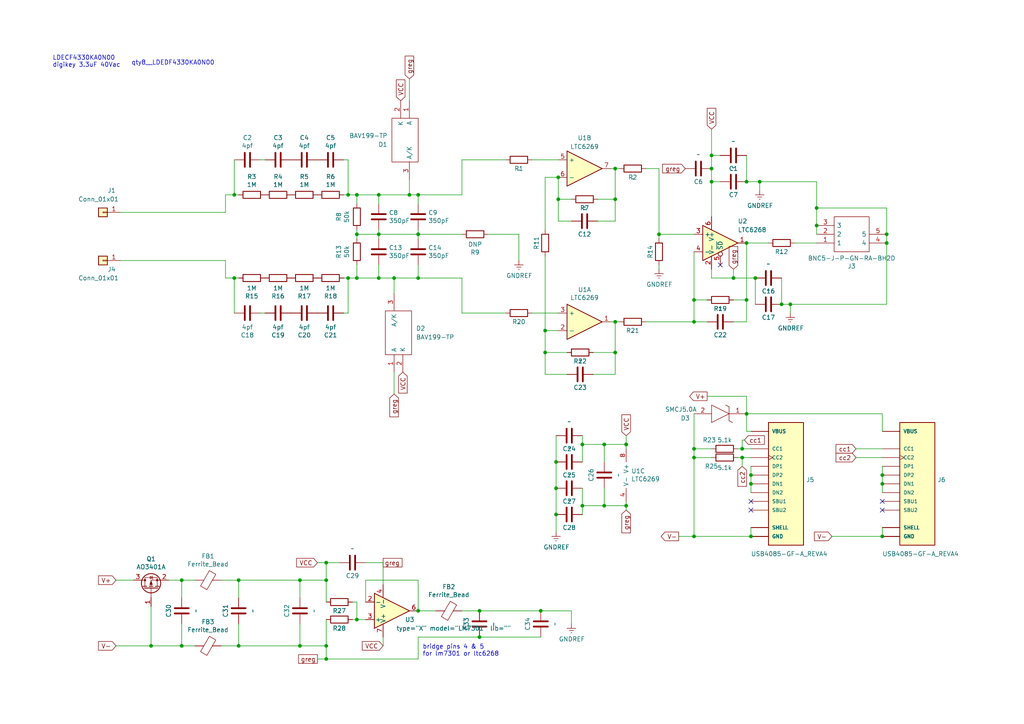
<source format=kicad_sch>
(kicad_sch (version 20211123) (generator eeschema)
  (paper "A4")
  (lib_symbols
    (symbol "BAV199-TP:BAV199-TP" (pin_names (offset 0.762))
      (property "Reference" "D" (at 19.05 7.62 0))
      (property "Value" "BAV199-TP" (at 19.05 5.08 0))
      (symbol "BAV199-TP_0_0"
        (pin passive line (at 0 0 0) (length 5.08) (name "A") (number "1"))
        (pin passive line (at 0 -2.54 0) (length 5.08) (name "K") (number "2"))
        (pin passive line (at 22.86 0 180) (length 5.08) (name "A/K") (number "3"))
      )
      (symbol "BAV199-TP_0_1"
        (polyline (pts (xy 5.08 2.54) (xy 17.78 2.54) (xy 17.78 -5.08) (xy 5.08 -5.08) (xy 5.08 2.54)) (stroke (width 0.1524)))
      )
    )
    (symbol "Connector_Generic:Conn_01x01" (pin_names (offset 1.016) hide)
      (property "Reference" "J" (at 0 2.54 0))
      (property "Value" "Conn_01x01" (at 0 -2.54 0))
      (symbol "Conn_01x01_1_1"
        (rectangle (start -1.27 0.127) (end 0 -0.127) (stroke (width 0.1524)))
        (rectangle (start -1.27 1.27) (end 1.27 -1.27) (stroke (width 0.254)) (fill (type background)))
        (pin passive line (at -5.08 0 0) (length 3.81) (name "Pin_1") (number "1"))
      )
    )
    (symbol "Device:C" (pin_numbers hide) (pin_names (offset 0.254))
      (property "Reference" "C" (at 0.635 2.54 0))
      (property "Value" "C" (at 0.635 -2.54 0))
      (symbol "C_0_1"
        (polyline (pts (xy -2.032 -0.762) (xy 2.032 -0.762)) (stroke (width 0.508)))
        (polyline (pts (xy -2.032 0.762) (xy 2.032 0.762)) (stroke (width 0.508)))
      )
      (symbol "C_1_1"
        (pin passive line (at 0 3.81 270) (length 2.794) (name "~") (number "1"))
        (pin passive line (at 0 -3.81 90) (length 2.794) (name "~") (number "2"))
      )
    )
    (symbol "Device:R" (pin_numbers hide) (pin_names (offset 0))
      (property "Reference" "R" (at 2.032 0 90))
      (property "Value" "R" (at 0 0 90))
      (symbol "R_0_1"
        (rectangle (start -1.016 -2.54) (end 1.016 2.54) (stroke (width 0.254)))
      )
      (symbol "R_1_1"
        (pin passive line (at 0 3.81 270) (length 1.27) (name "~") (number "1"))
        (pin passive line (at 0 -3.81 90) (length 1.27) (name "~") (number "2"))
      )
    )
    (symbol "Transistor_FET:AO3401A" (pin_names hide)
      (property "Reference" "Q" (at 5.08 1.905 0))
      (property "Value" "AO3401A" (at 5.08 0 0))
      (symbol "AO3401A_0_1"
        (polyline (pts (xy 0.254 0) (xy -2.54 0)))
        (polyline (pts (xy 0.254 1.905) (xy 0.254 -1.905)) (stroke (width 0.254)))
        (polyline (pts (xy 0.762 -1.27) (xy 0.762 -2.286)) (stroke (width 0.254)))
        (polyline (pts (xy 0.762 0.508) (xy 0.762 -0.508)) (stroke (width 0.254)))
        (polyline (pts (xy 0.762 2.286) (xy 0.762 1.27)) (stroke (width 0.254)))
        (polyline (pts (xy 2.54 2.54) (xy 2.54 1.778)))
        (polyline (pts (xy 2.54 -2.54) (xy 2.54 0) (xy 0.762 0)))
        (polyline (pts (xy 0.762 1.778) (xy 3.302 1.778) (xy 3.302 -1.778) (xy 0.762 -1.778)))
        (polyline (pts (xy 2.286 0) (xy 1.27 0.381) (xy 1.27 -0.381) (xy 2.286 0)) (fill (type outline)))
        (polyline (pts (xy 2.794 -0.508) (xy 2.921 -0.381) (xy 3.683 -0.381) (xy 3.81 -0.254)))
        (polyline (pts (xy 3.302 -0.381) (xy 2.921 0.254) (xy 3.683 0.254) (xy 3.302 -0.381)))
        (circle (center 1.651 0) (radius 2.794) (stroke (width 0.254)))
        (circle (center 2.54 -1.778) (radius 0.254) (fill (type outline)))
        (circle (center 2.54 1.778) (radius 0.254) (fill (type outline)))
      )
      (symbol "AO3401A_1_1"
        (pin input line (at -5.08 0 0) (length 2.54) (name "G") (number "1"))
        (pin passive line (at 2.54 -5.08 90) (length 2.54) (name "S") (number "2"))
        (pin passive line (at 2.54 5.08 270) (length 2.54) (name "D") (number "3"))
      )
    )
    (symbol "dad_bob-rescue:BNC5-J-P-GN-RA-BH2D-BNC5-J-P-GN-RA-BH2D" (pin_names (offset 0.762))
      (property "Reference" "J" (at 16.51 7.62 0))
      (property "Value" "BNC5-J-P-GN-RA-BH2D-BNC5-J-P-GN-RA-BH2D" (at 16.51 5.08 0))
      (symbol "BNC5-J-P-GN-RA-BH2D-BNC5-J-P-GN-RA-BH2D_0_0"
        (pin passive line (at 0 0 0) (length 5.08) (name "1") (number "1"))
        (pin passive line (at 0 -2.54 0) (length 5.08) (name "2") (number "2"))
        (pin passive line (at 0 -5.08 0) (length 5.08) (name "3") (number "3"))
        (pin passive line (at 20.32 0 180) (length 5.08) (name "4") (number "4"))
        (pin passive line (at 20.32 -2.54 180) (length 5.08) (name "5") (number "5"))
      )
      (symbol "BNC5-J-P-GN-RA-BH2D-BNC5-J-P-GN-RA-BH2D_0_1"
        (polyline (pts (xy 5.08 2.54) (xy 15.24 2.54) (xy 15.24 -7.62) (xy 5.08 -7.62) (xy 5.08 2.54)) (stroke (width 0.1524)))
      )
    )
    (symbol "dad_bob-rescue:Ferrite_Bead-Device" (pin_numbers hide) (pin_names (offset 0))
      (property "Reference" "FB" (at -3.81 0.635 90))
      (property "Value" "Ferrite_Bead-Device" (at 3.81 0 90))
      (symbol "Ferrite_Bead-Device_0_1"
        (polyline (pts (xy 0 -1.27) (xy 0 -1.2192)))
        (polyline (pts (xy 0 1.27) (xy 0 1.2954)))
        (polyline (pts (xy -2.7686 0.4064) (xy -1.7018 2.2606) (xy 2.7686 -0.3048) (xy 1.6764 -2.159) (xy -2.7686 0.4064)))
      )
      (symbol "Ferrite_Bead-Device_1_1"
        (pin passive line (at 0 3.81 270) (length 2.54) (name "~") (number "1"))
        (pin passive line (at 0 -3.81 90) (length 2.54) (name "~") (number "2"))
      )
    )
    (symbol "dad_bob-rescue:LM7301-00_kyuditsky_kicad" (pin_names (offset 0.254))
      (property "Reference" "U" (at 3.81 3.175 0))
      (property "Value" "LM7301-00_kyuditsky_kicad" (at 3.81 -3.175 0))
      (symbol "LM7301-00_kyuditsky_kicad_0_1"
        (polyline (pts (xy 5.08 0) (xy -5.08 5.08) (xy -5.08 -5.08) (xy 5.08 0)) (stroke (width 0.254)) (fill (type background)))
      )
      (symbol "LM7301-00_kyuditsky_kicad_1_1"
        (pin input line (at -7.62 -2.54 0) (length 2.54) (name "-") (number "2"))
        (pin input line (at -7.62 2.54 0) (length 2.54) (name "+") (number "3"))
        (pin power_in line (at -2.54 -7.62 90) (length 3.81) (name "V-") (number "4"))
        (pin output line (at 7.62 0 180) (length 2.54) (name "~") (number "6"))
        (pin power_in line (at -2.54 7.62 270) (length 3.81) (name "V+") (number "7"))
      )
    )
    (symbol "dad_bob-rescue:LTC6268_TSOT-23-Linear_Technology"
      (property "Reference" "U" (at 3.81 5.08 0))
      (property "Value" "LTC6268_TSOT-23-Linear_Technology" (at 3.81 -5.08 0))
      (symbol "LTC6268_TSOT-23-Linear_Technology_0_1"
        (polyline (pts (xy -5.08 5.08) (xy 5.08 0) (xy -5.08 -5.08) (xy -5.08 5.08)) (stroke (width 0.254)) (fill (type background)))
        (pin power_in line (at -2.54 -7.62 90) (length 3.81) (name "V-") (number "2"))
        (pin input inverted (at 0 -6.35 90) (length 3.81) (name "~{SD}") (number "5"))
        (pin power_in line (at -2.54 7.62 270) (length 3.81) (name "V+") (number "6"))
      )
      (symbol "LTC6268_TSOT-23-Linear_Technology_1_1"
        (pin output line (at 7.62 0 180) (length 2.54) (name "~") (number "1"))
        (pin input line (at -7.62 2.54 0) (length 2.54) (name "+") (number "3"))
        (pin input line (at -7.62 -2.54 0) (length 2.54) (name "-") (number "4"))
      )
    )
    (symbol "dad_bob-rescue:Opamp_Dual_Generic-Device"
      (property "Reference" "U" (at 0 5.08 0))
      (property "Value" "Opamp_Dual_Generic-Device" (at 0 -5.08 0))
      (symbol "Opamp_Dual_Generic-Device_1_1"
        (polyline (pts (xy -5.08 5.08) (xy 5.08 0) (xy -5.08 -5.08) (xy -5.08 5.08)) (stroke (width 0.254)) (fill (type background)))
        (pin output line (at 7.62 0 180) (length 2.54) (name "~") (number "1"))
        (pin input line (at -7.62 -2.54 0) (length 2.54) (name "-") (number "2"))
        (pin input line (at -7.62 2.54 0) (length 2.54) (name "+") (number "3"))
      )
      (symbol "Opamp_Dual_Generic-Device_2_1"
        (polyline (pts (xy -5.08 5.08) (xy 5.08 0) (xy -5.08 -5.08) (xy -5.08 5.08)) (stroke (width 0.254)) (fill (type background)))
        (pin input line (at -7.62 2.54 0) (length 2.54) (name "+") (number "5"))
        (pin input line (at -7.62 -2.54 0) (length 2.54) (name "-") (number "6"))
        (pin output line (at 7.62 0 180) (length 2.54) (name "~") (number "7"))
      )
      (symbol "Opamp_Dual_Generic-Device_3_1"
        (pin power_in line (at -2.54 -7.62 90) (length 3.81) (name "V-") (number "4"))
        (pin power_in line (at -2.54 7.62 270) (length 3.81) (name "V+") (number "8"))
      )
    )
    (symbol "dad_bob-rescue:SMCJ5.0A-00_kyuditsky_kicad" (pin_names (offset 0.762))
      (property "Reference" "D" (at 10.16 8.89 0))
      (property "Value" "SMCJ5.0A-00_kyuditsky_kicad" (at 10.16 6.35 0))
      (symbol "SMCJ5.0A-00_kyuditsky_kicad_0_0"
        (pin passive line (at 0 0 0) (length 5.08) (name "~") (number "1"))
        (pin passive line (at 15.24 0 180) (length 5.08) (name "~") (number "2"))
      )
      (symbol "SMCJ5.0A-00_kyuditsky_kicad_0_1"
        (polyline (pts (xy 4.064 2.54) (xy 5.08 2.032)) (stroke (width 0.1524)))
        (polyline (pts (xy 5.08 -2.032) (xy 5.08 2.032)) (stroke (width 0.1524)))
        (polyline (pts (xy 5.08 -2.032) (xy 6.096 -2.54)) (stroke (width 0.1524)))
        (polyline (pts (xy 5.08 0) (xy 10.16 2.54) (xy 10.16 -2.54) (xy 5.08 0)) (stroke (width 0.1524)))
      )
    )
    (symbol "dad_bob-rescue:USB4085-GF-A_REVA4-00_kyuditsky_kicad" (pin_numbers hide) (pin_names (offset 1.016))
      (property "Reference" "J" (at -5.1054 18.3134 0))
      (property "Value" "USB4085-GF-A_REVA4-00_kyuditsky_kicad" (at -5.1054 -20.3708 0))
      (symbol "USB4085-GF-A_REVA4-00_kyuditsky_kicad_0_0"
        (rectangle (start -5.08 -17.78) (end 5.08 17.78) (stroke (width 0.254)) (fill (type background)))
        (pin passive line (at -10.16 -15.24 0) (length 5.08) (name "GND") (number "A1"))
        (pin passive line (at -10.16 -15.24 0) (length 5.08) (name "GND") (number "A12"))
        (pin power_in line (at -10.16 15.24 0) (length 5.08) (name "VBUS") (number "A4"))
        (pin bidirectional line (at -10.16 10.16 0) (length 5.08) (name "CC1") (number "A5"))
        (pin bidirectional line (at -10.16 5.08 0) (length 5.08) (name "DP1") (number "A6"))
        (pin bidirectional line (at -10.16 0 0) (length 5.08) (name "DN1") (number "A7"))
        (pin bidirectional line (at -10.16 -5.08 0) (length 5.08) (name "SBU1") (number "A8"))
        (pin power_in line (at -10.16 15.24 0) (length 5.08) (name "VBUS") (number "A9"))
        (pin passive line (at -10.16 -15.24 0) (length 5.08) (name "GND") (number "B1"))
        (pin passive line (at -10.16 -15.24 0) (length 5.08) (name "GND") (number "B12"))
        (pin power_in line (at -10.16 15.24 0) (length 5.08) (name "VBUS") (number "B4"))
        (pin bidirectional clock (at -10.16 7.62 0) (length 5.08) (name "CC2") (number "B5"))
        (pin bidirectional line (at -10.16 2.54 0) (length 5.08) (name "DP2") (number "B6"))
        (pin bidirectional line (at -10.16 -2.54 0) (length 5.08) (name "DN2") (number "B7"))
        (pin bidirectional line (at -10.16 -7.62 0) (length 5.08) (name "SBU2") (number "B8"))
        (pin power_in line (at -10.16 15.24 0) (length 5.08) (name "VBUS") (number "B9"))
        (pin passive line (at -10.16 -12.7 0) (length 5.08) (name "SHELL") (number "P1"))
        (pin passive line (at -10.16 -12.7 0) (length 5.08) (name "SHELL") (number "P2"))
        (pin passive line (at -10.16 -12.7 0) (length 5.08) (name "SHELL") (number "P3"))
        (pin passive line (at -10.16 -12.7 0) (length 5.08) (name "SHELL") (number "P4"))
      )
    )
    (symbol "power:GNDREF" (power) (pin_names (offset 0))
      (property "Value" "GNDREF" (at 0 -3.81 0))
      (symbol "GNDREF_0_1"
        (polyline (pts (xy -0.635 -1.905) (xy 0.635 -1.905)))
        (polyline (pts (xy -0.127 -2.54) (xy 0.127 -2.54)))
        (polyline (pts (xy 0 -1.27) (xy 0 0)))
        (polyline (pts (xy 1.27 -1.27) (xy -1.27 -1.27)))
      )
      (symbol "GNDREF_1_1"
        (pin power_in line (at 0 0 270) (length 0) hide (name "GNDREF") (number "1"))
      )
    )
  )
  (junction (at 191.135 67.945))
  (junction (at 67.945 80.645))
  (junction (at 139.065 177.165))
  (junction (at 161.29 141.605))
  (junction (at 139.065 184.785))
  (junction (at 220.345 52.705))
  (junction (at 257.175 70.485))
  (junction (at 216.535 86.995))
  (junction (at 178.435 102.235))
  (junction (at 216.535 70.485))
  (junction (at 216.535 52.705))
  (junction (at 206.375 48.895))
  (junction (at 69.215 187.325))
  (junction (at 161.29 133.985))
  (junction (at 212.725 80.645))
  (junction (at 168.91 128.905))
  (junction (at 103.505 56.515))
  (junction (at 219.075 80.645))
  (junction (at 109.855 67.945))
  (junction (at 201.295 93.345))
  (junction (at 161.925 51.435))
  (junction (at 178.435 93.345))
  (junction (at 52.705 187.325))
  (junction (at 121.285 177.165))
  (junction (at 100.965 80.645))
  (junction (at 217.805 155.575))
  (junction (at 175.26 128.905))
  (junction (at 121.285 56.515))
  (junction (at 121.285 80.645))
  (junction (at 226.695 88.265))
  (junction (at 217.805 140.335))
  (junction (at 69.215 168.275))
  (junction (at 94.615 191.135))
  (junction (at 175.26 146.685))
  (junction (at 161.29 149.225))
  (junction (at 118.745 56.515))
  (junction (at 215.265 130.175))
  (junction (at 255.905 140.335))
  (junction (at 114.3 80.645))
  (junction (at 257.175 67.945))
  (junction (at 67.945 56.515))
  (junction (at 178.435 57.785))
  (junction (at 103.505 179.705))
  (junction (at 94.615 187.325))
  (junction (at 255.905 155.575))
  (junction (at 201.295 132.715))
  (junction (at 161.925 57.785))
  (junction (at 94.615 168.275))
  (junction (at 100.965 56.515))
  (junction (at 94.615 163.195))
  (junction (at 178.435 48.895))
  (junction (at 206.375 45.085))
  (junction (at 109.855 56.515))
  (junction (at 181.61 146.685))
  (junction (at 255.905 137.795))
  (junction (at 158.115 102.235))
  (junction (at 229.235 88.265))
  (junction (at 103.505 67.945))
  (junction (at 168.91 146.685))
  (junction (at 206.375 52.705))
  (junction (at 201.295 130.175))
  (junction (at 217.805 137.795))
  (junction (at 201.295 155.575))
  (junction (at 236.855 60.325))
  (junction (at 43.815 187.325))
  (junction (at 215.265 132.715))
  (junction (at 121.285 67.945))
  (junction (at 216.535 120.015))
  (junction (at 52.705 168.275))
  (junction (at 236.855 65.405))
  (junction (at 103.505 80.645))
  (junction (at 86.995 168.275))
  (junction (at 109.855 80.645))
  (junction (at 201.295 86.995))
  (junction (at 158.115 95.885))
  (junction (at 156.845 177.165))
  (junction (at 86.995 187.325))
  (junction (at 181.61 128.905))
  (no_connect (at 255.905 145.415))
  (no_connect (at 217.805 147.955))
  (no_connect (at 255.905 147.955))
  (no_connect (at 217.805 145.415))
  (no_connect (at 208.915 76.835))
  (wire (pts (xy 64.135 168.275) (xy 69.215 168.275)))
  (wire (pts (xy 236.855 52.705) (xy 236.855 60.325)))
  (wire (pts (xy 52.705 187.325) (xy 56.515 187.325)))
  (wire (pts (xy 94.615 191.135) (xy 94.615 187.325)))
  (wire (pts (xy 181.61 128.905) (xy 181.61 130.175)))
  (wire (pts (xy 216.535 125.095) (xy 216.535 120.015)))
  (wire (pts (xy 75.565 90.805) (xy 76.835 90.805)))
  (wire (pts (xy 100.965 56.515) (xy 99.695 56.515)))
  (wire (pts (xy 220.345 52.705) (xy 220.345 55.245)))
  (wire (pts (xy 236.855 60.325) (xy 257.175 60.325)))
  (wire (pts (xy 205.105 86.995) (xy 201.295 86.995)))
  (wire (pts (xy 158.115 95.885) (xy 161.925 95.885)))
  (wire (pts (xy 161.925 57.785) (xy 161.925 64.135)))
  (wire (pts (xy 92.075 191.135) (xy 94.615 191.135)))
  (wire (pts (xy 67.945 80.645) (xy 69.215 80.645)))
  (wire (pts (xy 161.29 141.605) (xy 161.29 133.985)))
  (wire (pts (xy 216.535 93.345) (xy 212.725 93.345)))
  (wire (pts (xy 34.925 61.595) (xy 65.405 61.595)))
  (wire (pts (xy 69.215 168.275) (xy 86.995 168.275)))
  (wire (pts (xy 217.805 125.095) (xy 216.535 125.095)))
  (wire (pts (xy 241.3 155.575) (xy 255.905 155.575)))
  (wire (pts (xy 187.325 48.895) (xy 191.135 48.895)))
  (wire (pts (xy 158.115 74.295) (xy 158.115 95.885)))
  (wire (pts (xy 168.91 141.605) (xy 168.91 146.685)))
  (wire (pts (xy 255.905 140.335) (xy 255.905 142.875)))
  (wire (pts (xy 133.985 56.515) (xy 133.985 46.355)))
  (wire (pts (xy 121.285 67.945) (xy 109.855 67.945)))
  (wire (pts (xy 196.85 155.575) (xy 201.295 155.575)))
  (wire (pts (xy 205.105 93.345) (xy 201.295 93.345)))
  (wire (pts (xy 161.29 154.305) (xy 161.29 149.225)))
  (wire (pts (xy 100.965 56.515) (xy 103.505 56.515)))
  (wire (pts (xy 94.615 191.135) (xy 121.285 191.135)))
  (wire (pts (xy 206.375 132.715) (xy 201.295 132.715)))
  (wire (pts (xy 168.91 128.905) (xy 168.91 133.985)))
  (wire (pts (xy 158.115 102.235) (xy 158.115 108.585)))
  (wire (pts (xy 216.535 45.085) (xy 216.535 52.705)))
  (wire (pts (xy 215.265 130.175) (xy 217.805 130.175)))
  (wire (pts (xy 109.855 66.675) (xy 109.855 67.945)))
  (wire (pts (xy 217.805 137.795) (xy 217.805 140.335)))
  (wire (pts (xy 98.425 163.195) (xy 94.615 163.195)))
  (wire (pts (xy 158.115 108.585) (xy 164.465 108.585)))
  (wire (pts (xy 257.175 60.325) (xy 257.175 67.945)))
  (wire (pts (xy 139.065 177.165) (xy 156.845 177.165)))
  (wire (pts (xy 86.995 168.275) (xy 94.615 168.275)))
  (wire (pts (xy 52.705 168.275) (xy 56.515 168.275)))
  (wire (pts (xy 201.295 120.015) (xy 201.295 130.175)))
  (wire (pts (xy 52.705 180.975) (xy 52.705 187.325)))
  (wire (pts (xy 100.965 46.355) (xy 99.695 46.355)))
  (wire (pts (xy 206.375 48.895) (xy 206.375 52.705)))
  (wire (pts (xy 178.435 102.235) (xy 178.435 108.585)))
  (wire (pts (xy 111.125 187.325) (xy 111.125 184.785)))
  (wire (pts (xy 201.295 73.025) (xy 201.295 86.995)))
  (wire (pts (xy 236.855 65.405) (xy 236.855 60.325)))
  (wire (pts (xy 230.505 70.485) (xy 236.855 70.485)))
  (wire (pts (xy 165.735 177.165) (xy 165.735 180.975)))
  (wire (pts (xy 133.985 56.515) (xy 121.285 56.515)))
  (wire (pts (xy 133.985 90.805) (xy 133.985 80.645)))
  (wire (pts (xy 100.965 80.645) (xy 103.505 80.645)))
  (wire (pts (xy 216.535 70.485) (xy 216.535 86.995)))
  (wire (pts (xy 133.985 46.355) (xy 146.685 46.355)))
  (wire (pts (xy 178.435 93.345) (xy 179.705 93.345)))
  (wire (pts (xy 181.61 126.365) (xy 181.61 128.905)))
  (wire (pts (xy 236.855 67.945) (xy 236.855 65.405)))
  (wire (pts (xy 191.135 67.945) (xy 191.135 69.215)))
  (wire (pts (xy 177.165 48.895) (xy 178.435 48.895)))
  (wire (pts (xy 65.405 56.515) (xy 67.945 56.515)))
  (wire (pts (xy 65.405 80.645) (xy 67.945 80.645)))
  (wire (pts (xy 86.995 173.355) (xy 86.995 168.275)))
  (wire (pts (xy 175.26 146.685) (xy 168.91 146.685)))
  (wire (pts (xy 121.285 184.785) (xy 121.285 191.135)))
  (wire (pts (xy 121.285 66.675) (xy 121.285 67.945)))
  (wire (pts (xy 173.355 57.785) (xy 178.435 57.785)))
  (wire (pts (xy 69.215 187.325) (xy 86.995 187.325)))
  (wire (pts (xy 229.235 90.805) (xy 229.235 88.265)))
  (wire (pts (xy 201.295 86.995) (xy 201.295 93.345)))
  (wire (pts (xy 226.695 80.645) (xy 226.695 88.265)))
  (wire (pts (xy 69.215 180.975) (xy 69.215 187.325)))
  (wire (pts (xy 217.805 153.035) (xy 217.805 155.575)))
  (wire (pts (xy 161.29 149.225) (xy 161.29 141.605)))
  (wire (pts (xy 219.075 80.645) (xy 219.075 88.265)))
  (wire (pts (xy 67.945 56.515) (xy 69.215 56.515)))
  (wire (pts (xy 168.91 126.365) (xy 168.91 128.905)))
  (wire (pts (xy 106.045 168.275) (xy 121.285 168.275)))
  (wire (pts (xy 213.995 130.175) (xy 215.265 130.175)))
  (wire (pts (xy 212.725 80.645) (xy 212.725 78.105)))
  (wire (pts (xy 161.925 46.355) (xy 154.305 46.355)))
  (wire (pts (xy 65.405 61.595) (xy 65.405 56.515)))
  (wire (pts (xy 217.805 135.255) (xy 217.805 137.795)))
  (wire (pts (xy 255.905 135.255) (xy 255.905 137.795)))
  (wire (pts (xy 158.115 95.885) (xy 158.115 102.235)))
  (wire (pts (xy 201.295 132.715) (xy 201.295 155.575)))
  (wire (pts (xy 103.505 76.835) (xy 103.505 80.645)))
  (wire (pts (xy 257.175 67.945) (xy 257.175 70.485)))
  (wire (pts (xy 206.375 80.645) (xy 212.725 80.645)))
  (wire (pts (xy 205.105 114.935) (xy 216.535 114.935)))
  (wire (pts (xy 161.925 64.135) (xy 165.735 64.135)))
  (wire (pts (xy 215.265 132.715) (xy 217.805 132.715)))
  (wire (pts (xy 52.705 168.275) (xy 48.895 168.275)))
  (wire (pts (xy 229.235 88.265) (xy 226.695 88.265)))
  (wire (pts (xy 178.435 93.345) (xy 178.435 102.235)))
  (wire (pts (xy 215.9 127.635) (xy 215.265 127.635)))
  (wire (pts (xy 175.26 128.905) (xy 168.91 128.905)))
  (wire (pts (xy 206.375 37.465) (xy 206.375 45.085)))
  (wire (pts (xy 216.535 52.705) (xy 220.345 52.705)))
  (wire (pts (xy 100.965 80.645) (xy 99.695 80.645)))
  (wire (pts (xy 106.045 163.195) (xy 111.125 163.195)))
  (wire (pts (xy 94.615 163.195) (xy 94.615 168.275)))
  (wire (pts (xy 133.985 80.645) (xy 121.285 80.645)))
  (wire (pts (xy 103.505 179.705) (xy 106.045 179.705)))
  (wire (pts (xy 248.285 132.715) (xy 255.905 132.715)))
  (wire (pts (xy 158.115 66.675) (xy 158.115 51.435)))
  (wire (pts (xy 109.855 67.945) (xy 109.855 69.215)))
  (wire (pts (xy 139.065 184.785) (xy 156.845 184.785)))
  (wire (pts (xy 257.175 88.265) (xy 257.175 70.485)))
  (wire (pts (xy 215.265 127.635) (xy 215.265 130.175)))
  (wire (pts (xy 114.3 107.95) (xy 114.3 114.3)))
  (wire (pts (xy 103.505 66.675) (xy 103.505 67.945)))
  (wire (pts (xy 150.495 67.945) (xy 141.605 67.945)))
  (wire (pts (xy 121.285 76.835) (xy 121.285 80.645)))
  (wire (pts (xy 133.985 177.165) (xy 139.065 177.165)))
  (wire (pts (xy 94.615 168.275) (xy 94.615 174.625)))
  (wire (pts (xy 201.295 67.945) (xy 191.135 67.945)))
  (wire (pts (xy 65.405 75.565) (xy 65.405 80.645)))
  (wire (pts (xy 255.905 120.015) (xy 255.905 125.095)))
  (wire (pts (xy 106.045 174.625) (xy 106.045 168.275)))
  (wire (pts (xy 206.375 45.085) (xy 206.375 48.895)))
  (wire (pts (xy 168.91 146.685) (xy 168.91 149.225)))
  (wire (pts (xy 118.745 56.515) (xy 121.285 56.515)))
  (wire (pts (xy 64.135 187.325) (xy 69.215 187.325)))
  (wire (pts (xy 111.125 163.195) (xy 111.125 169.545)))
  (wire (pts (xy 175.26 133.985) (xy 175.26 128.905)))
  (wire (pts (xy 150.495 75.565) (xy 150.495 67.945)))
  (wire (pts (xy 103.505 80.645) (xy 109.855 80.645)))
  (wire (pts (xy 216.535 120.015) (xy 255.905 120.015)))
  (wire (pts (xy 175.26 128.905) (xy 181.61 128.905)))
  (wire (pts (xy 109.855 59.055) (xy 109.855 56.515)))
  (wire (pts (xy 154.305 90.805) (xy 161.925 90.805)))
  (wire (pts (xy 161.925 57.785) (xy 165.735 57.785)))
  (wire (pts (xy 121.285 67.945) (xy 133.985 67.945)))
  (wire (pts (xy 34.925 75.565) (xy 65.405 75.565)))
  (wire (pts (xy 206.375 78.105) (xy 206.375 80.645)))
  (wire (pts (xy 217.805 140.335) (xy 217.805 142.875)))
  (wire (pts (xy 206.375 130.175) (xy 201.295 130.175)))
  (wire (pts (xy 208.915 45.085) (xy 206.375 45.085)))
  (wire (pts (xy 67.945 46.355) (xy 67.945 56.515)))
  (wire (pts (xy 139.065 184.785) (xy 121.285 184.785)))
  (wire (pts (xy 103.505 67.945) (xy 103.505 69.215)))
  (wire (pts (xy 248.285 130.175) (xy 255.905 130.175)))
  (wire (pts (xy 208.915 52.705) (xy 206.375 52.705)))
  (wire (pts (xy 109.855 80.645) (xy 114.3 80.645)))
  (wire (pts (xy 181.61 146.685) (xy 181.61 145.415)))
  (wire (pts (xy 76.835 46.355) (xy 75.565 46.355)))
  (wire (pts (xy 109.855 67.945) (xy 103.505 67.945)))
  (wire (pts (xy 109.855 76.835) (xy 109.855 80.645)))
  (wire (pts (xy 206.375 52.705) (xy 206.375 62.865)))
  (wire (pts (xy 178.435 57.785) (xy 178.435 64.135)))
  (wire (pts (xy 133.985 90.805) (xy 146.685 90.805)))
  (wire (pts (xy 229.235 88.265) (xy 257.175 88.265)))
  (wire (pts (xy 43.815 187.325) (xy 52.705 187.325)))
  (wire (pts (xy 175.26 141.605) (xy 175.26 146.685)))
  (wire (pts (xy 121.285 59.055) (xy 121.285 56.515)))
  (wire (pts (xy 161.925 51.435) (xy 161.925 57.785)))
  (wire (pts (xy 178.435 48.895) (xy 179.705 48.895)))
  (wire (pts (xy 103.505 56.515) (xy 109.855 56.515)))
  (wire (pts (xy 216.535 86.995) (xy 216.535 93.345)))
  (wire (pts (xy 102.235 179.705) (xy 103.505 179.705)))
  (wire (pts (xy 43.815 175.895) (xy 43.815 187.325)))
  (wire (pts (xy 213.995 132.715) (xy 215.265 132.715)))
  (wire (pts (xy 86.995 180.975) (xy 86.995 187.325)))
  (wire (pts (xy 100.965 90.805) (xy 100.965 80.645)))
  (wire (pts (xy 114.3 80.645) (xy 114.3 85.09)))
  (wire (pts (xy 216.535 114.935) (xy 216.535 120.015)))
  (wire (pts (xy 121.285 177.165) (xy 126.365 177.165)))
  (wire (pts (xy 187.325 93.345) (xy 201.295 93.345)))
  (wire (pts (xy 158.115 51.435) (xy 161.925 51.435)))
  (wire (pts (xy 109.855 56.515) (xy 118.745 56.515)))
  (wire (pts (xy 67.945 90.805) (xy 67.945 80.645)))
  (wire (pts (xy 114.3 80.645) (xy 121.285 80.645)))
  (wire (pts (xy 178.435 108.585) (xy 172.085 108.585)))
  (wire (pts (xy 172.085 102.235) (xy 178.435 102.235)))
  (wire (pts (xy 121.285 67.945) (xy 121.285 69.215)))
  (wire (pts (xy 33.655 168.275) (xy 38.735 168.275)))
  (wire (pts (xy 217.805 155.575) (xy 201.295 155.575)))
  (wire (pts (xy 212.725 86.995) (xy 216.535 86.995)))
  (wire (pts (xy 181.61 147.955) (xy 181.61 146.685)))
  (wire (pts (xy 175.26 146.685) (xy 181.61 146.685)))
  (wire (pts (xy 33.655 187.325) (xy 43.815 187.325)))
  (wire (pts (xy 102.235 174.625) (xy 103.505 174.625)))
  (wire (pts (xy 158.115 102.235) (xy 164.465 102.235)))
  (wire (pts (xy 215.265 132.715) (xy 215.265 135.255)))
  (wire (pts (xy 255.905 153.035) (xy 255.905 155.575)))
  (wire (pts (xy 69.215 173.355) (xy 69.215 168.275)))
  (wire (pts (xy 156.845 177.165) (xy 165.735 177.165)))
  (wire (pts (xy 121.285 168.275) (xy 121.285 177.165)))
  (wire (pts (xy 178.435 64.135) (xy 173.355 64.135)))
  (wire (pts (xy 255.905 137.795) (xy 255.905 140.335)))
  (wire (pts (xy 103.505 174.625) (xy 103.505 179.705)))
  (wire (pts (xy 177.165 93.345) (xy 178.435 93.345)))
  (wire (pts (xy 212.725 80.645) (xy 219.075 80.645)))
  (wire (pts (xy 94.615 187.325) (xy 94.615 179.705)))
  (wire (pts (xy 52.705 173.355) (xy 52.705 168.275)))
  (wire (pts (xy 118.745 52.07) (xy 118.745 56.515)))
  (wire (pts (xy 178.435 48.895) (xy 178.435 57.785)))
  (wire (pts (xy 191.135 78.105) (xy 191.135 76.835)))
  (wire (pts (xy 216.535 70.485) (xy 222.885 70.485)))
  (wire (pts (xy 201.295 130.175) (xy 201.295 132.715)))
  (wire (pts (xy 220.345 52.705) (xy 236.855 52.705)))
  (wire (pts (xy 99.695 90.805) (xy 100.965 90.805)))
  (wire (pts (xy 86.995 187.325) (xy 94.615 187.325)))
  (wire (pts (xy 103.505 59.055) (xy 103.505 56.515)))
  (wire (pts (xy 191.135 48.895) (xy 191.135 67.945)))
  (wire (pts (xy 100.965 56.515) (xy 100.965 46.355)))
  (wire (pts (xy 92.075 163.195) (xy 94.615 163.195)))
  (wire (pts (xy 118.745 29.21) (xy 118.745 22.86)))
  (wire (pts (xy 161.29 133.985) (xy 161.29 126.365)))
  (text "LDECF4330KA0N00\ndigikey 3.3uF 40Vac" (at 15.24 19.685 0) (effects (font (size 1.27 1.27)) (justify left bottom)))
  (text "bridge pins 4 & 5\nfor lm7301 or ltc6268" (at 122.555 190.5 0) (effects (font (size 1.27 1.27)) (justify left bottom)))
  (text "qty8__LDEDF4330KA0N00\n" (at 38.1 19.05 0) (effects (font (size 1.27 1.27)) (justify left bottom)))
  (global_label "cc1" (shape input) (at 215.9 127.635 0) (property "Intersheet References" "${INTERSHEET_REFS}" (effects hide)))
  (global_label "VCC" (shape input) (at 181.61 126.365 90) (property "Intersheet References" "${INTERSHEET_REFS}" (effects hide)))
  (global_label "VCC" (shape input) (at 206.375 37.465 90) (property "Intersheet References" "${INTERSHEET_REFS}" (effects hide)))
  (global_label "V+" (shape output) (at 205.105 114.935 180) (property "Intersheet References" "${INTERSHEET_REFS}" (effects hide)))
  (global_label "VCC" (shape input) (at 116.84 107.95 270) (property "Intersheet References" "${INTERSHEET_REFS}" (effects hide)))
  (global_label "VCC" (shape input) (at 116.205 29.21 90) (property "Intersheet References" "${INTERSHEET_REFS}" (effects hide)))
  (global_label "V+" (shape input) (at 33.655 168.275 180) (property "Intersheet References" "${INTERSHEET_REFS}" (effects hide)))
  (global_label "VCC" (shape input) (at 111.125 187.325 180) (property "Intersheet References" "${INTERSHEET_REFS}" (effects hide)))
  (global_label "greg" (shape passive) (at 92.075 191.135 180) (property "Intersheet References" "${INTERSHEET_REFS}" (effects hide)))
  (global_label "greg" (shape input) (at 118.745 22.86 90) (property "Intersheet References" "${INTERSHEET_REFS}" (effects hide)))
  (global_label "V-" (shape output) (at 196.85 155.575 180) (property "Intersheet References" "${INTERSHEET_REFS}" (effects hide)))
  (global_label "greg" (shape input) (at 114.3 114.3 270) (property "Intersheet References" "${INTERSHEET_REFS}" (effects hide)))
  (global_label "VCC" (shape input) (at 92.075 163.195 180) (property "Intersheet References" "${INTERSHEET_REFS}" (effects hide)))
  (global_label "cc2" (shape input) (at 248.285 132.715 180) (property "Intersheet References" "${INTERSHEET_REFS}" (effects hide)))
  (global_label "greg" (shape input) (at 181.61 147.955 270) (property "Intersheet References" "${INTERSHEET_REFS}" (effects hide)))
  (global_label "cc2" (shape input) (at 215.265 135.255 270) (property "Intersheet References" "${INTERSHEET_REFS}" (effects hide)))
  (global_label "V-" (shape input) (at 241.3 155.575 180) (property "Intersheet References" "${INTERSHEET_REFS}" (effects hide)))
  (global_label "V-" (shape input) (at 33.655 187.325 180) (property "Intersheet References" "${INTERSHEET_REFS}" (effects hide)))
  (global_label "greg" (shape input) (at 198.755 48.895 180) (property "Intersheet References" "${INTERSHEET_REFS}" (effects hide)))
  (global_label "cc1" (shape input) (at 248.285 130.175 180) (property "Intersheet References" "${INTERSHEET_REFS}" (effects hide)))
  (global_label "greg" (shape input) (at 212.725 78.105 90) (property "Intersheet References" "${INTERSHEET_REFS}" (effects hide)))
  (global_label "greg" (shape passive) (at 111.125 163.195 0) (property "Intersheet References" "${INTERSHEET_REFS}" (effects hide)))
  (symbol (lib_id "Connector_Generic:Conn_01x01") (at 29.845 75.565 180) (unit 1)
    (property "Reference" "J4" (at 32.385 78.105 0))
    (property "Value" "Conn_01x01" (at 28.575 80.645 0))
    (property "Footprint" "kyuditsky_kicad:Banana_Jack_S_RA_73099" (effects hide))
    (property "Spice_Primitive" "R" (effects hide))
    (property "Spice_Model" "1" (effects hide))
    (property "Spice_Netlist_Enabled" "N" (effects hide))
  )
  (symbol (lib_id "Connector_Generic:Conn_01x01") (at 29.845 61.595 180) (unit 1)
    (property "Reference" "J1" (at 32.385 55.245 0))
    (property "Value" "Conn_01x01" (at 28.575 57.785 0))
    (property "Footprint" "kyuditsky_kicad:Banana_Jack_S_RA_73099" (effects hide))
    (property "Spice_Primitive" "R" (effects hide))
    (property "Spice_Model" "1" (effects hide))
    (property "Spice_Netlist_Enabled" "N" (effects hide))
  )
  (symbol (lib_id "Device:R") (at 210.185 130.175 90) (unit 1)
    (property "Reference" "R23" (at 205.74 127.635 90))
    (property "Value" "5.1k" (at 210.185 127.635 90))
    (property "Footprint" "Resistor_SMD:R_0603_1608Metric_Pad0.98x0.95mm_HandSolder" (effects hide))
  )
  (symbol (lib_id "Device:R") (at 210.185 132.715 270) (unit 1)
    (property "Reference" "R25" (at 206.375 135.255 90))
    (property "Value" "5.1k" (at 210.185 135.6614 90))
    (property "Footprint" "Resistor_SMD:R_0603_1608Metric_Pad0.98x0.95mm_HandSolder" (effects hide))
  )
  (symbol (lib_id "dad_bob-rescue:SMCJ5.0A-00_kyuditsky_kicad") (at 216.535 120.015 180) (unit 1)
    (property "Reference" "D3" (at 198.755 121.285 0))
    (property "Value" "SMCJ5.0A" (at 197.485 118.745 0))
    (property "Footprint" "kyuditsky_kicad:littlefuseTVS" (effects hide))
    (property "Datasheet" "https://componentsearchengine.com/Datasheets/2/SMCJ5.0A.pdf" (effects hide))
    (property "Description" "ESD Suppressors / TVS Diodes 1.5kW 5V 5% Uni-Directional" (effects hide))
    (property "Height" "2.62" (effects hide))
    (property "Mouser Part Number" "576-SMCJ5.0A" (effects hide))
    (property "Mouser Price/Stock" "https://www.mouser.co.uk/ProductDetail/Littelfuse/SMCJ50A?qs=HR2RnyOI4E4RumofpgUEcw%3D%3D" (effects hide))
    (property "Manufacturer_Name" "LITTELFUSE" (effects hide))
    (property "Manufacturer_Part_Number" "SMCJ5.0A" (effects hide))
  )
  (symbol (lib_id "dad_bob-rescue:USB4085-GF-A_REVA4-00_kyuditsky_kicad") (at 227.965 140.335 0) (unit 1)
    (property "Reference" "J5" (at 233.807 139.1666 0) (effects (justify left)))
    (property "Value" "USB4085-GF-A_REVA4" (at 217.805 160.655 0) (effects (justify left)))
    (property "Footprint" "kyuditsky_kicad:GCT_USB4085-GF-A_REVA4" (effects hide))
    (property "PARTREV" "A4" (effects hide))
    (property "MAXIMUM_PACKAGE_HEIGHT" "3.46mm" (effects hide))
    (property "MANUFACTURER" "Global Connector Technology" (effects hide))
    (property "STANDARD" "Manufacturer Recommendations" (effects hide))
  )
  (symbol (lib_id "dad_bob-rescue:Opamp_Dual_Generic-Device") (at 169.545 93.345 0) (unit 1)
    (property "Reference" "U1" (at 169.545 84.0232 0))
    (property "Value" "LTC6269" (at 169.545 86.3346 0))
    (property "Footprint" "kyuditsky_kicad:SOP65P490X110-9N_LTC6269" (effects hide))
    (property "Datasheet" "https://www.analog.com/media/en/technical-documentation/data-sheets/62689f.pdf" (effects hide))
  )
  (symbol (lib_id "Device:C") (at 102.235 163.195 270) (unit 1)
    (property "Reference" "C29" (at 102.235 167.005 90))
    (property "Value" "~" (at 102.235 159.1056 90))
    (property "Footprint" "Capacitor_SMD:C_0805_2012Metric_Pad1.18x1.45mm_HandSolder" (effects hide))
  )
  (symbol (lib_id "Device:C") (at 165.1 126.365 270) (unit 1)
    (property "Reference" "C24" (at 165.1 130.175 90))
    (property "Value" "~" (at 165.1 122.2756 90))
    (property "Footprint" "Capacitor_SMD:C_0603_1608Metric_Pad1.08x0.95mm_HandSolder" (effects hide))
  )
  (symbol (lib_id "Device:C") (at 95.885 46.355 270) (unit 1)
    (property "Reference" "C5" (at 95.885 39.9542 90))
    (property "Value" "4pf" (at 95.885 42.2656 90))
    (property "Footprint" "Capacitor_SMD:C_0805_2012Metric_Pad1.18x1.45mm_HandSolder" (effects hide))
  )
  (symbol (lib_id "Device:C") (at 165.1 149.225 270) (unit 1)
    (property "Reference" "C28" (at 165.1 153.035 90))
    (property "Value" "~" (at 165.1 145.1356 90))
    (property "Footprint" "Capacitor_SMD:C_0603_1608Metric_Pad1.08x0.95mm_HandSolder" (effects hide))
  )
  (symbol (lib_id "Transistor_FET:AO3401A") (at 43.815 170.815 90) (unit 1)
    (property "Reference" "Q1" (at 43.815 162.1282 90))
    (property "Value" "AO3401A" (at 43.815 164.4396 90))
    (property "Footprint" "Package_TO_SOT_SMD:SOT-23" (effects hide))
    (property "Datasheet" "http://www.aosmd.com/pdfs/datasheet/AO3401A.pdf" (effects hide))
  )
  (symbol (lib_id "Device:R") (at 98.425 179.705 270) (unit 1)
    (property "Reference" "R28" (at 98.425 182.245 90))
    (property "Value" "~" (at 98.425 182.6514 90))
    (property "Footprint" "Resistor_SMD:R_0805_2012Metric_Pad1.20x1.40mm_HandSolder" (effects hide))
  )
  (symbol (lib_id "power:GNDREF") (at 150.495 75.565 0) (unit 1)
    (property "Reference" "#PWR02" (effects hide))
    (property "Value" "GNDREF" (at 150.622 79.9592 0))
  )
  (symbol (lib_id "Device:C") (at 165.1 133.985 270) (unit 1)
    (property "Reference" "C25" (at 165.1 137.795 90))
    (property "Value" "~" (at 165.1 129.8956 90))
    (property "Footprint" "Capacitor_SMD:C_0603_1608Metric_Pad1.08x0.95mm_HandSolder" (effects hide))
  )
  (symbol (lib_id "BAV199-TP:BAV199-TP") (at 118.745 29.21 270) (unit 1)
    (property "Reference" "D1" (at 112.395 41.9101 90) (effects (justify right)))
    (property "Value" "BAV199-TP" (at 112.395 39.3701 90) (effects (justify right)))
    (property "Footprint" "kyuditsky_kicad:bav199_tp_SOT95P237X125-3N" (effects hide))
    (property "Datasheet" "https://www.mouser.com/datasheet/2/258/BAV199(SOT-23)-V1-1625900.pdf" (effects hide))
    (property "Description" "Diodes - General Purpose, Power, Switching Dual 215mA, 70V" (effects hide))
    (property "Height" "1.25" (effects hide))
    (property "Manufacturer_Name" "Micro Commercial Components (MCC)" (effects hide))
    (property "Manufacturer_Part_Number" "BAV199-TP" (effects hide))
    (property "Mouser Part Number" "833-BAV199-TP" (effects hide))
    (property "Mouser Price/Stock" "https://www.mouser.co.uk/ProductDetail/Micro-Commercial-Components-MCC/BAV199-TP?qs=O1HRStiETCgJXUOrgD0Lnw%3D%3D" (effects hide))
    (property "Arrow Part Number" "BAV199-TP" (effects hide))
    (property "Arrow Price/Stock" "https://www.arrow.com/en/products/bav199-tp/micro-commercial-components?region=nac" (effects hide))
  )
  (symbol (lib_id "Device:R") (at 80.645 80.645 270) (unit 1)
    (property "Reference" "R16" (at 80.645 85.9028 90))
    (property "Value" "1M" (at 80.645 83.5914 90))
    (property "Footprint" "Resistor_SMD:R_0805_2012Metric_Pad1.20x1.40mm_HandSolder" (effects hide))
  )
  (symbol (lib_id "Device:C") (at 222.885 88.265 270) (unit 1)
    (property "Reference" "C17" (at 222.885 92.075 90))
    (property "Value" "~" (at 222.885 84.1756 90))
    (property "Footprint" "Capacitor_SMD:C_0603_1608Metric_Pad1.08x0.95mm_HandSolder" (effects hide))
  )
  (symbol (lib_id "Device:C") (at 165.1 141.605 270) (unit 1)
    (property "Reference" "C27" (at 165.1 145.415 90))
    (property "Value" "~" (at 165.1 137.5156 90))
    (property "Footprint" "Capacitor_SMD:C_0603_1608Metric_Pad1.08x0.95mm_HandSolder" (effects hide))
  )
  (symbol (lib_id "Device:R") (at 88.265 56.515 90) (unit 1)
    (property "Reference" "R5" (at 88.265 51.2572 90))
    (property "Value" "1M" (at 88.265 53.5686 90))
    (property "Footprint" "Resistor_SMD:R_0805_2012Metric_Pad1.20x1.40mm_HandSolder" (effects hide))
  )
  (symbol (lib_id "Device:R") (at 95.885 80.645 270) (unit 1)
    (property "Reference" "R18" (at 95.885 85.9028 90))
    (property "Value" "1M" (at 95.885 83.5914 90))
    (property "Footprint" "Resistor_SMD:R_0805_2012Metric_Pad1.20x1.40mm_HandSolder" (effects hide))
  )
  (symbol (lib_id "Device:C") (at 69.215 177.165 180) (unit 1)
    (property "Reference" "C31" (at 65.405 177.165 90))
    (property "Value" "~" (at 73.3044 177.165 90))
    (property "Footprint" "Capacitor_SMD:C_1210_3225Metric_Pad1.33x2.70mm_HandSolder" (effects hide))
  )
  (symbol (lib_id "Device:C") (at 222.885 80.645 270) (unit 1)
    (property "Reference" "C16" (at 222.885 84.455 90))
    (property "Value" "~" (at 222.885 76.5556 90))
    (property "Footprint" "Capacitor_SMD:C_0603_1608Metric_Pad1.08x0.95mm_HandSolder" (effects hide))
  )
  (symbol (lib_id "dad_bob-rescue:Opamp_Dual_Generic-Device") (at 169.545 48.895 0) (unit 2)
    (property "Reference" "U1" (at 169.545 40.005 0))
    (property "Value" "LTC6269" (at 169.545 42.545 0))
    (property "Footprint" "kyuditsky_kicad:SOP65P490X110-9N_LTC6269" (effects hide))
    (property "Datasheet" "https://www.analog.com/media/en/technical-documentation/data-sheets/62689f.pdf" (effects hide))
  )
  (symbol (lib_id "Device:C") (at 80.645 46.355 270) (unit 1)
    (property "Reference" "C3" (at 80.645 39.9542 90))
    (property "Value" "4pf" (at 80.645 42.2656 90))
    (property "Footprint" "Capacitor_SMD:C_0805_2012Metric_Pad1.18x1.45mm_HandSolder" (effects hide))
  )
  (symbol (lib_id "Device:C") (at 168.275 108.585 270) (unit 1)
    (property "Reference" "C23" (at 168.275 112.395 90))
    (property "Value" "~" (at 168.275 104.4956 90))
    (property "Footprint" "Capacitor_SMD:C_0603_1608Metric_Pad1.08x0.95mm_HandSolder" (effects hide))
  )
  (symbol (lib_id "Device:R") (at 80.645 56.515 90) (unit 1)
    (property "Reference" "R4" (at 80.645 51.2572 90))
    (property "Value" "1M" (at 80.645 53.5686 90))
    (property "Footprint" "Resistor_SMD:R_0805_2012Metric_Pad1.20x1.40mm_HandSolder" (effects hide))
  )
  (symbol (lib_id "Device:R") (at 88.265 80.645 270) (unit 1)
    (property "Reference" "R17" (at 88.265 85.9028 90))
    (property "Value" "1M" (at 88.265 83.5914 90))
    (property "Footprint" "Resistor_SMD:R_0805_2012Metric_Pad1.20x1.40mm_HandSolder" (effects hide))
  )
  (symbol (lib_id "Device:C") (at 208.915 93.345 270) (unit 1)
    (property "Reference" "C22" (at 208.915 97.155 90))
    (property "Value" "~" (at 208.915 89.2556 90))
    (property "Footprint" "Capacitor_SMD:C_0603_1608Metric_Pad1.08x0.95mm_HandSolder" (effects hide))
  )
  (symbol (lib_id "Device:C") (at 169.545 64.135 270) (unit 1)
    (property "Reference" "C12" (at 169.545 67.945 90))
    (property "Value" "~" (at 169.545 60.0456 90))
    (property "Footprint" "Capacitor_SMD:C_0603_1608Metric_Pad1.08x0.95mm_HandSolder" (effects hide))
  )
  (symbol (lib_id "Device:C") (at 212.725 45.085 270) (unit 1)
    (property "Reference" "C1" (at 212.725 48.895 90))
    (property "Value" "~" (at 212.725 40.9956 90))
    (property "Footprint" "Capacitor_SMD:C_0603_1608Metric_Pad1.08x0.95mm_HandSolder" (effects hide))
  )
  (symbol (lib_id "Device:R") (at 103.505 62.865 180) (unit 1)
    (property "Reference" "R8" (at 98.2472 62.865 90))
    (property "Value" "50k" (at 100.5586 62.865 90))
    (property "Footprint" "Resistor_SMD:R_0805_2012Metric_Pad1.20x1.40mm_HandSolder" (effects hide))
  )
  (symbol (lib_id "dad_bob-rescue:Ferrite_Bead-Device") (at 60.325 168.275 270) (unit 1)
    (property "Reference" "FB1" (at 60.325 161.3154 90))
    (property "Value" "Ferrite_Bead" (at 60.325 163.6268 90))
    (property "Footprint" "Resistor_SMD:R_0805_2012Metric_Pad1.20x1.40mm_HandSolder" (effects hide))
  )
  (symbol (lib_id "Device:C") (at 88.265 90.805 90) (unit 1)
    (property "Reference" "C20" (at 88.265 97.2058 90))
    (property "Value" "4pf" (at 88.265 94.8944 90))
    (property "Footprint" "Capacitor_SMD:C_0805_2012Metric_Pad1.18x1.45mm_HandSolder" (effects hide))
  )
  (symbol (lib_id "Device:C") (at 109.855 73.025 180) (unit 1)
    (property "Reference" "C13" (at 112.776 71.8566 0) (effects (justify right)))
    (property "Value" "350pF" (at 112.776 74.168 0) (effects (justify right)))
    (property "Footprint" "Capacitor_SMD:C_0805_2012Metric_Pad1.18x1.45mm_HandSolder" (effects hide))
  )
  (symbol (lib_id "Device:C") (at 139.065 180.975 180) (unit 1)
    (property "Reference" "C33" (at 135.255 180.975 90))
    (property "Value" "~" (at 143.1544 180.975 90))
    (property "Footprint" "Capacitor_SMD:C_1210_3225Metric_Pad1.33x2.70mm_HandSolder" (effects hide))
  )
  (symbol (lib_id "Device:C") (at 121.285 73.025 180) (unit 1)
    (property "Reference" "C14" (at 124.206 71.8566 0) (effects (justify right)))
    (property "Value" "350pF" (at 124.206 74.168 0) (effects (justify right)))
    (property "Footprint" "Capacitor_SMD:C_0805_2012Metric_Pad1.18x1.45mm_HandSolder" (effects hide))
  )
  (symbol (lib_id "BAV199-TP:BAV199-TP") (at 114.3 107.95 90) (unit 1)
    (property "Reference" "D2" (at 120.65 95.2499 90) (effects (justify right)))
    (property "Value" "BAV199-TP" (at 120.65 97.7899 90) (effects (justify right)))
    (property "Footprint" "kyuditsky_kicad:bav199_tp_SOT95P237X125-3N" (effects hide))
    (property "Datasheet" "https://www.mouser.com/datasheet/2/258/BAV199(SOT-23)-V1-1625900.pdf" (effects hide))
    (property "Description" "Diodes - General Purpose, Power, Switching Dual 215mA, 70V" (effects hide))
    (property "Height" "1.25" (effects hide))
    (property "Manufacturer_Name" "Micro Commercial Components (MCC)" (effects hide))
    (property "Manufacturer_Part_Number" "BAV199-TP" (effects hide))
    (property "Mouser Part Number" "833-BAV199-TP" (effects hide))
    (property "Mouser Price/Stock" "https://www.mouser.co.uk/ProductDetail/Micro-Commercial-Components-MCC/BAV199-TP?qs=O1HRStiETCgJXUOrgD0Lnw%3D%3D" (effects hide))
    (property "Arrow Part Number" "BAV199-TP" (effects hide))
    (property "Arrow Price/Stock" "https://www.arrow.com/en/products/bav199-tp/micro-commercial-components?region=nac" (effects hide))
  )
  (symbol (lib_id "Device:R") (at 95.885 56.515 90) (unit 1)
    (property "Reference" "R6" (at 95.885 51.2572 90))
    (property "Value" "1M" (at 95.885 53.5686 90))
    (property "Footprint" "Resistor_SMD:R_0805_2012Metric_Pad1.20x1.40mm_HandSolder" (effects hide))
  )
  (symbol (lib_id "Device:R") (at 183.515 48.895 270) (unit 1)
    (property "Reference" "R2" (at 183.515 51.435 90))
    (property "Value" "~" (at 183.515 51.8414 90))
    (property "Footprint" "Resistor_SMD:R_0805_2012Metric_Pad1.20x1.40mm_HandSolder" (effects hide))
  )
  (symbol (lib_id "Device:C") (at 95.885 90.805 90) (unit 1)
    (property "Reference" "C21" (at 95.885 97.2058 90))
    (property "Value" "4pf" (at 95.885 94.8944 90))
    (property "Footprint" "Capacitor_SMD:C_0805_2012Metric_Pad1.18x1.45mm_HandSolder" (effects hide))
  )
  (symbol (lib_id "power:GNDREF") (at 161.29 154.305 0) (unit 1)
    (property "Reference" "#PWR05" (effects hide))
    (property "Value" "GNDREF" (at 161.417 158.6992 0))
  )
  (symbol (lib_id "power:GNDREF") (at 165.735 180.975 0) (unit 1)
    (property "Reference" "#PWR06" (effects hide))
    (property "Value" "GNDREF" (at 165.862 185.3692 0))
  )
  (symbol (lib_id "dad_bob-rescue:LTC6268_TSOT-23-Linear_Technology") (at 208.915 70.485 0) (unit 1)
    (property "Reference" "U2" (at 213.995 64.135 0) (effects (justify left)))
    (property "Value" "LTC6268" (at 213.995 66.675 0) (effects (justify left)))
    (property "Footprint" "kyuditsky_kicad:SOT95P280X100-6N_LTC6268" (effects hide))
    (property "Datasheet" "https://www.analog.com/media/en/technical-documentation/data-sheets/62689f.pdf" (effects hide))
    (property "MFN" "Linear Technology" (effects hide))
    (property "MFP" "LTC6268" (effects hide))
  )
  (symbol (lib_id "Device:R") (at 103.505 73.025 180) (unit 1)
    (property "Reference" "R13" (at 98.2472 73.025 90))
    (property "Value" "50k" (at 100.5586 73.025 90))
    (property "Footprint" "Resistor_SMD:R_0805_2012Metric_Pad1.20x1.40mm_HandSolder" (effects hide))
  )
  (symbol (lib_id "Device:R") (at 191.135 73.025 180) (unit 1)
    (property "Reference" "R14" (at 188.595 73.025 90))
    (property "Value" "~" (at 188.1886 73.025 90))
    (property "Footprint" "Resistor_SMD:R_0805_2012Metric_Pad1.20x1.40mm_HandSolder" (effects hide))
  )
  (symbol (lib_id "Device:C") (at 71.755 90.805 90) (unit 1)
    (property "Reference" "C18" (at 71.755 97.2058 90))
    (property "Value" "4pf" (at 71.755 94.8944 90))
    (property "Footprint" "Capacitor_SMD:C_0805_2012Metric_Pad1.18x1.45mm_HandSolder" (effects hide))
  )
  (symbol (lib_id "Device:R") (at 226.695 70.485 270) (unit 1)
    (property "Reference" "R12" (at 226.695 73.025 90))
    (property "Value" "~" (at 226.695 73.4314 90))
    (property "Footprint" "Resistor_SMD:R_0805_2012Metric_Pad1.20x1.40mm_HandSolder" (effects hide))
  )
  (symbol (lib_id "Device:R") (at 150.495 46.355 270) (unit 1)
    (property "Reference" "R1" (at 150.495 48.895 90))
    (property "Value" "~" (at 150.495 49.3014 90))
    (property "Footprint" "Resistor_SMD:R_0805_2012Metric_Pad1.20x1.40mm_HandSolder" (effects hide))
  )
  (symbol (lib_id "Device:C") (at 80.645 90.805 90) (unit 1)
    (property "Reference" "C19" (at 80.645 97.2058 90))
    (property "Value" "4pf" (at 80.645 94.8944 90))
    (property "Footprint" "Capacitor_SMD:C_0805_2012Metric_Pad1.18x1.45mm_HandSolder" (effects hide))
  )
  (symbol (lib_id "Device:R") (at 73.025 80.645 270) (unit 1)
    (property "Reference" "R15" (at 73.025 85.9028 90))
    (property "Value" "1M" (at 73.025 83.5914 90))
    (property "Footprint" "Resistor_SMD:R_0805_2012Metric_Pad1.20x1.40mm_HandSolder" (effects hide))
  )
  (symbol (lib_id "Device:R") (at 150.495 90.805 270) (unit 1)
    (property "Reference" "R20" (at 150.495 93.345 90))
    (property "Value" "~" (at 150.495 93.7514 90))
    (property "Footprint" "Resistor_SMD:R_0805_2012Metric_Pad1.20x1.40mm_HandSolder" (effects hide))
  )
  (symbol (lib_id "power:GNDREF") (at 191.135 78.105 0) (unit 1)
    (property "Reference" "#PWR03" (effects hide))
    (property "Value" "GNDREF" (at 191.262 82.4992 0))
  )
  (symbol (lib_id "Device:C") (at 156.845 180.975 180) (unit 1)
    (property "Reference" "C34" (at 153.035 180.975 90))
    (property "Value" "~" (at 160.9344 180.975 90))
    (property "Footprint" "Capacitor_SMD:C_1210_3225Metric_Pad1.33x2.70mm_HandSolder" (effects hide))
  )
  (symbol (lib_id "Device:R") (at 208.915 86.995 270) (unit 1)
    (property "Reference" "R19" (at 208.915 89.535 90))
    (property "Value" "~" (at 208.915 89.9414 90))
    (property "Footprint" "Resistor_SMD:R_0805_2012Metric_Pad1.20x1.40mm_HandSolder" (effects hide))
  )
  (symbol (lib_id "Device:C") (at 71.755 46.355 270) (unit 1)
    (property "Reference" "C2" (at 71.755 39.9542 90))
    (property "Value" "4pf" (at 71.755 42.2656 90))
    (property "Footprint" "Capacitor_SMD:C_0805_2012Metric_Pad1.18x1.45mm_HandSolder" (effects hide))
  )
  (symbol (lib_id "Device:R") (at 137.795 67.945 270) (unit 1)
    (property "Reference" "R9" (at 137.795 73.2028 90))
    (property "Value" "DNP" (at 137.795 70.8914 90))
    (property "Footprint" "Resistor_SMD:R_0805_2012Metric_Pad1.20x1.40mm_HandSolder" (effects hide))
  )
  (symbol (lib_id "Device:R") (at 98.425 174.625 270) (unit 1)
    (property "Reference" "R27" (at 98.425 177.165 90))
    (property "Value" "~" (at 98.425 177.5714 90))
    (property "Footprint" "Resistor_SMD:R_0805_2012Metric_Pad1.20x1.40mm_HandSolder" (effects hide))
  )
  (symbol (lib_id "dad_bob-rescue:USB4085-GF-A_REVA4-00_kyuditsky_kicad") (at 266.065 140.335 0) (unit 1)
    (property "Reference" "J6" (at 271.907 139.1666 0) (effects (justify left)))
    (property "Value" "USB4085-GF-A_REVA4" (at 255.905 160.655 0) (effects (justify left)))
    (property "Footprint" "kyuditsky_kicad:GCT_USB4085-GF-A_REVA4" (effects hide))
    (property "PARTREV" "A4" (effects hide))
    (property "MAXIMUM_PACKAGE_HEIGHT" "3.46mm" (effects hide))
    (property "MANUFACTURER" "Global Connector Technology" (effects hide))
    (property "STANDARD" "Manufacturer Recommendations" (effects hide))
  )
  (symbol (lib_id "Device:R") (at 168.275 102.235 270) (unit 1)
    (property "Reference" "R22" (at 168.275 104.775 90))
    (property "Value" "~" (at 168.275 105.1814 90))
    (property "Footprint" "Resistor_SMD:R_0805_2012Metric_Pad1.20x1.40mm_HandSolder" (effects hide))
  )
  (symbol (lib_id "Device:R") (at 183.515 93.345 270) (unit 1)
    (property "Reference" "R21" (at 183.515 95.885 90))
    (property "Value" "~" (at 183.515 96.2914 90))
    (property "Footprint" "Resistor_SMD:R_0805_2012Metric_Pad1.20x1.40mm_HandSolder" (effects hide))
  )
  (symbol (lib_id "Device:C") (at 88.265 46.355 270) (unit 1)
    (property "Reference" "C4" (at 88.265 39.9542 90))
    (property "Value" "4pf" (at 88.265 42.2656 90))
    (property "Footprint" "Capacitor_SMD:C_0805_2012Metric_Pad1.18x1.45mm_HandSolder" (effects hide))
  )
  (symbol (lib_id "Device:C") (at 121.285 62.865 180) (unit 1)
    (property "Reference" "C9" (at 124.206 61.6966 0) (effects (justify right)))
    (property "Value" "350pF" (at 124.206 64.008 0) (effects (justify right)))
    (property "Footprint" "Capacitor_SMD:C_0805_2012Metric_Pad1.18x1.45mm_HandSolder" (effects hide))
  )
  (symbol (lib_id "Device:C") (at 202.565 48.895 270) (unit 1)
    (property "Reference" "C6" (at 202.565 52.705 90))
    (property "Value" "~" (at 202.565 44.8056 90))
    (property "Footprint" "Capacitor_SMD:C_0603_1608Metric_Pad1.08x0.95mm_HandSolder" (effects hide))
  )
  (symbol (lib_id "Device:C") (at 175.26 137.795 180) (unit 1)
    (property "Reference" "C26" (at 171.45 137.795 90))
    (property "Value" "~" (at 179.3494 137.795 90))
    (property "Footprint" "Capacitor_SMD:C_0603_1608Metric_Pad1.08x0.95mm_HandSolder" (effects hide))
  )
  (symbol (lib_id "dad_bob-rescue:Opamp_Dual_Generic-Device") (at 184.15 137.795 0) (unit 3)
    (property "Reference" "U1" (at 183.0832 136.6266 0) (effects (justify left)))
    (property "Value" "LTC6269" (at 183.0832 138.938 0) (effects (justify left)))
    (property "Footprint" "kyuditsky_kicad:SOP65P490X110-9N_LTC6269" (effects hide))
    (property "Datasheet" "https://www.analog.com/media/en/technical-documentation/data-sheets/62689f.pdf" (effects hide))
  )
  (symbol (lib_id "dad_bob-rescue:LM7301-00_kyuditsky_kicad") (at 113.665 177.165 0) (mirror x) (unit 1)
    (property "Reference" "U3" (at 117.475 179.705 0) (effects (justify left)))
    (property "Value" "LM7301" (at 114.935 182.245 0) (effects (justify left)))
    (property "Footprint" "kyuditsky_kicad:SOIC127P600X175-8NLM7301" (effects hide))
    (property "Datasheet" "https://www.analog.com/media/en/technical-documentation/data-sheets/62689f.pdf" (effects hide))
    (property "Spice_Netlist_Enabled" "Y" (effects hide))
    (property "Spice_Primitive" "X" (effects hide))
  )
  (symbol (lib_id "Device:R") (at 73.025 56.515 90) (unit 1)
    (property "Reference" "R3" (at 73.025 51.2572 90))
    (property "Value" "1M" (at 73.025 53.5686 90))
    (property "Footprint" "Resistor_SMD:R_0805_2012Metric_Pad1.20x1.40mm_HandSolder" (effects hide))
  )
  (symbol (lib_id "dad_bob-rescue:Ferrite_Bead-Device") (at 130.175 177.165 270) (unit 1)
    (property "Reference" "FB2" (at 130.175 170.2054 90))
    (property "Value" "Ferrite_Bead" (at 130.175 172.5168 90))
    (property "Footprint" "Resistor_SMD:R_0805_2012Metric_Pad1.20x1.40mm_HandSolder" (effects hide))
  )
  (symbol (lib_id "power:GNDREF") (at 220.345 55.245 0) (unit 1)
    (property "Reference" "#PWR01" (effects hide))
    (property "Value" "GNDREF" (at 220.472 59.6392 0))
  )
  (symbol (lib_id "power:GNDREF") (at 229.235 90.805 0) (unit 1)
    (property "Reference" "#PWR04" (effects hide))
    (property "Value" "GNDREF" (at 229.362 95.1992 0))
  )
  (symbol (lib_id "Device:C") (at 86.995 177.165 180) (unit 1)
    (property "Reference" "C32" (at 83.185 177.165 90))
    (property "Value" "~" (at 91.0844 177.165 90))
    (property "Footprint" "Capacitor_SMD:C_1210_3225Metric_Pad1.33x2.70mm_HandSolder" (effects hide))
  )
  (symbol (lib_id "Device:R") (at 158.115 70.485 180) (unit 1)
    (property "Reference" "R11" (at 155.575 70.485 90))
    (property "Value" "~" (at 155.1686 70.485 90))
    (property "Footprint" "Resistor_SMD:R_0805_2012Metric_Pad1.20x1.40mm_HandSolder" (effects hide))
  )
  (symbol (lib_id "dad_bob-rescue:BNC5-J-P-GN-RA-BH2D-BNC5-J-P-GN-RA-BH2D") (at 236.855 70.485 0) (mirror x) (unit 1)
    (property "Reference" "J3" (at 247.015 77.216 0))
    (property "Value" "BNC5-J-P-GN-RA-BH2D" (at 247.015 74.9046 0))
    (property "Footprint" "kyuditsky_kicad:BNC5JPGNRABH2D" (effects hide))
    (property "Datasheet" "http://suddendocs.samtec.com/prints/bnc5-j-p-xx-ra-bh2d-mkt.pdf" (effects hide))
    (property "Description" "SAMTEC - BNC5-J-P-GN-RA-BH2D - RF COAXIAL, BNC JACK, 50 OHM, PCB" (effects hide))
    (property "Height" "10.8" (effects hide))
    (property "Mouser Part Number" "200-BNC5JPGNRABH2D" (effects hide))
    (property "Mouser Price/Stock" "https://www.mouser.co.uk/ProductDetail/Samtec/BNC5-J-P-GN-RA-BH2D?qs=PB6%2FjmICvI2u%2FOQtySH%252B3g%3D%3D" (effects hide))
    (property "Manufacturer_Name" "SAMTEC" (effects hide))
    (property "Manufacturer_Part_Number" "BNC5-J-P-GN-RA-BH2D" (effects hide))
    (property "Spice_Primitive" "R" (effects hide))
    (property "Spice_Model" "1" (effects hide))
    (property "Spice_Netlist_Enabled" "N" (effects hide))
  )
  (symbol (lib_id "Device:R") (at 169.545 57.785 270) (unit 1)
    (property "Reference" "R7" (at 169.545 60.325 90))
    (property "Value" "~" (at 169.545 60.7314 90))
    (property "Footprint" "Resistor_SMD:R_0805_2012Metric_Pad1.20x1.40mm_HandSolder" (effects hide))
  )
  (symbol (lib_id "Device:C") (at 52.705 177.165 180) (unit 1)
    (property "Reference" "C30" (at 48.895 177.165 90))
    (property "Value" "~" (at 56.7944 177.165 90))
    (property "Footprint" "Capacitor_SMD:C_1210_3225Metric_Pad1.33x2.70mm_HandSolder" (effects hide))
  )
  (symbol (lib_id "Device:C") (at 109.855 62.865 180) (unit 1)
    (property "Reference" "C8" (at 112.776 61.6966 0) (effects (justify right)))
    (property "Value" "350pF" (at 112.776 64.008 0) (effects (justify right)))
    (property "Footprint" "Capacitor_SMD:C_0805_2012Metric_Pad1.18x1.45mm_HandSolder" (effects hide))
  )
  (symbol (lib_id "dad_bob-rescue:Ferrite_Bead-Device") (at 60.325 187.325 270) (unit 1)
    (property "Reference" "FB3" (at 60.325 180.3654 90))
    (property "Value" "Ferrite_Bead" (at 60.325 182.6768 90))
    (property "Footprint" "Resistor_SMD:R_0805_2012Metric_Pad1.20x1.40mm_HandSolder" (effects hide))
  )
  (symbol (lib_id "Device:C") (at 212.725 52.705 270) (unit 1)
    (property "Reference" "C7" (at 212.725 56.515 90))
    (property "Value" "~" (at 212.725 48.6156 90))
    (property "Footprint" "Capacitor_SMD:C_0603_1608Metric_Pad1.08x0.95mm_HandSolder" (effects hide))
  )
)
</source>
